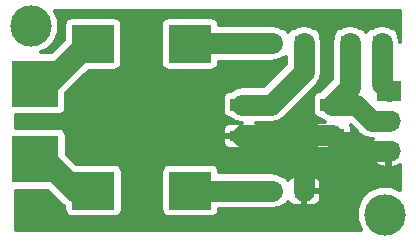
<source format=gbr>
G04 #@! TF.FileFunction,Copper,L1,Top,Signal*
%FSLAX46Y46*%
G04 Gerber Fmt 4.6, Leading zero omitted, Abs format (unit mm)*
G04 Created by KiCad (PCBNEW 4.0.2-stable) date 6/18/2016 4:09:09 AM*
%MOMM*%
G01*
G04 APERTURE LIST*
%ADD10C,0.100000*%
%ADD11R,3.600000X3.200000*%
%ADD12R,4.000000X4.000000*%
%ADD13R,2.032000X1.727200*%
%ADD14O,2.032000X1.727200*%
%ADD15R,1.500000X1.300000*%
%ADD16R,1.998980X0.899160*%
%ADD17R,1.998980X1.000760*%
%ADD18C,3.500000*%
%ADD19C,2.000000*%
%ADD20C,1.800000*%
%ADD21C,0.300000*%
G04 APERTURE END LIST*
D10*
D11*
X82742600Y-116586000D03*
X90942600Y-116586000D03*
X82768000Y-129006600D03*
X90968000Y-129006600D03*
D12*
X77800200Y-119976900D03*
X77825600Y-126365000D03*
D13*
X107759500Y-120535700D03*
D14*
X107759500Y-123075700D03*
X107759500Y-125615700D03*
D15*
X100600500Y-129044700D03*
X97900500Y-129044700D03*
X100600500Y-116522500D03*
X97900500Y-116522500D03*
X104504500Y-116547900D03*
X107204500Y-116547900D03*
D16*
X95387160Y-124386340D03*
D17*
X95387160Y-121737120D03*
X102986840Y-121737120D03*
X102986840Y-124338080D03*
D18*
X77444600Y-115062000D03*
X107467400Y-131038600D03*
D19*
X77800200Y-119976900D02*
X78905100Y-119976900D01*
X78905100Y-119976900D02*
X82296000Y-116586000D01*
X82296000Y-116586000D02*
X82742600Y-116586000D01*
D20*
X90968000Y-129006600D02*
X97862400Y-129006600D01*
X97862400Y-129006600D02*
X97900500Y-129044700D01*
X97900500Y-116522500D02*
X91006100Y-116522500D01*
X91006100Y-116522500D02*
X90942600Y-116586000D01*
X97900500Y-129044700D02*
X91006100Y-129044700D01*
D19*
X91006100Y-129044700D02*
X90968000Y-129006600D01*
X77825600Y-126365000D02*
X78613000Y-126365000D01*
X78613000Y-126365000D02*
X81280000Y-129032000D01*
X81280000Y-129032000D02*
X82742600Y-129032000D01*
X82742600Y-129032000D02*
X82768000Y-129006600D01*
D20*
X107204500Y-116547900D02*
X107204500Y-119980700D01*
X107204500Y-119980700D02*
X107759500Y-120535700D01*
X104504500Y-116547900D02*
X104504500Y-120219460D01*
X104504500Y-120219460D02*
X102986840Y-121737120D01*
X102986840Y-121737120D02*
X105011318Y-121737120D01*
X105011318Y-121737120D02*
X106349898Y-123075700D01*
X106349898Y-123075700D02*
X107759500Y-123075700D01*
X95387160Y-124386340D02*
X98392140Y-124386340D01*
X98392140Y-124386340D02*
X98465800Y-124460000D01*
X98465800Y-124460000D02*
X99822000Y-124460000D01*
X99822000Y-124460000D02*
X100600500Y-125238500D01*
X100600500Y-125238500D02*
X100600500Y-129044700D01*
X102986840Y-124338080D02*
X95435420Y-124338080D01*
X95435420Y-124338080D02*
X95387160Y-124386340D01*
X102986840Y-124338080D02*
X104264460Y-125615700D01*
X104264460Y-125615700D02*
X107759500Y-125615700D01*
X100600500Y-116522500D02*
X100600500Y-118972500D01*
X100600500Y-118972500D02*
X97835880Y-121737120D01*
X97835880Y-121737120D02*
X95387160Y-121737120D01*
D21*
G36*
X108741000Y-116439812D02*
X108643904Y-115951679D01*
X108625390Y-115923971D01*
X108625390Y-115897900D01*
X108579508Y-115654060D01*
X108435399Y-115430108D01*
X108215514Y-115279867D01*
X107988348Y-115233864D01*
X107800721Y-115108496D01*
X107204500Y-114989900D01*
X106608279Y-115108496D01*
X106421663Y-115233189D01*
X106210660Y-115272892D01*
X105986708Y-115417001D01*
X105852942Y-115612775D01*
X105735399Y-115430108D01*
X105515514Y-115279867D01*
X105288348Y-115233864D01*
X105100721Y-115108496D01*
X104504500Y-114989900D01*
X103908279Y-115108496D01*
X103721663Y-115233189D01*
X103510660Y-115272892D01*
X103286708Y-115417001D01*
X103136467Y-115636886D01*
X103083610Y-115897900D01*
X103083610Y-115923971D01*
X103065096Y-115951679D01*
X102946500Y-116547900D01*
X102946500Y-119574115D01*
X101947214Y-120573402D01*
X101743510Y-120611732D01*
X101519558Y-120755841D01*
X101369317Y-120975726D01*
X101316460Y-121236740D01*
X101316460Y-122237500D01*
X101362342Y-122481340D01*
X101506451Y-122705292D01*
X101726336Y-122855533D01*
X101987350Y-122908390D01*
X101989329Y-122908390D01*
X102390619Y-123176524D01*
X102406586Y-123179700D01*
X101856466Y-123179700D01*
X101614623Y-123279874D01*
X101429525Y-123464973D01*
X101329350Y-123706815D01*
X101329350Y-124069580D01*
X101493850Y-124234080D01*
X102882840Y-124234080D01*
X102882840Y-124214080D01*
X103090840Y-124214080D01*
X103090840Y-124234080D01*
X104479830Y-124234080D01*
X104644330Y-124069580D01*
X104644330Y-123706815D01*
X104550044Y-123479190D01*
X105248226Y-124177372D01*
X105753677Y-124515104D01*
X106349898Y-124633700D01*
X106457990Y-124633700D01*
X106403213Y-124681200D01*
X106137236Y-125213042D01*
X106124017Y-125275506D01*
X106253991Y-125511700D01*
X107655500Y-125511700D01*
X107655500Y-125491700D01*
X107863500Y-125491700D01*
X107863500Y-125511700D01*
X107883500Y-125511700D01*
X107883500Y-125719700D01*
X107863500Y-125719700D01*
X107863500Y-126974450D01*
X108102385Y-127127768D01*
X108666529Y-126939773D01*
X108741000Y-126875196D01*
X108741000Y-128960101D01*
X107948482Y-128631018D01*
X106990520Y-128630182D01*
X106105159Y-128996006D01*
X105427187Y-129672796D01*
X105059818Y-130557518D01*
X105058982Y-131515480D01*
X105398675Y-132337600D01*
X76171000Y-132337600D01*
X76171000Y-129035890D01*
X78939124Y-129035890D01*
X80107617Y-130204383D01*
X80297110Y-130330998D01*
X80297110Y-130606600D01*
X80342992Y-130850440D01*
X80487101Y-131074392D01*
X80706986Y-131224633D01*
X80968000Y-131277490D01*
X84568000Y-131277490D01*
X84811840Y-131231608D01*
X85035792Y-131087499D01*
X85186033Y-130867614D01*
X85238890Y-130606600D01*
X85238890Y-127406600D01*
X88497110Y-127406600D01*
X88497110Y-130606600D01*
X88542992Y-130850440D01*
X88687101Y-131074392D01*
X88906986Y-131224633D01*
X89168000Y-131277490D01*
X92768000Y-131277490D01*
X93011840Y-131231608D01*
X93235792Y-131087499D01*
X93386033Y-130867614D01*
X93438890Y-130606600D01*
X93438890Y-130602700D01*
X97900500Y-130602700D01*
X98496721Y-130484105D01*
X98683339Y-130359411D01*
X98894340Y-130319708D01*
X99118292Y-130175599D01*
X99254754Y-129975880D01*
X99292675Y-130067427D01*
X99477773Y-130252526D01*
X99719616Y-130352700D01*
X100332000Y-130352700D01*
X100496500Y-130188200D01*
X100496500Y-129148700D01*
X100704500Y-129148700D01*
X100704500Y-130188200D01*
X100869000Y-130352700D01*
X101481384Y-130352700D01*
X101723227Y-130252526D01*
X101908325Y-130067427D01*
X102008500Y-129825585D01*
X102008500Y-129313200D01*
X101844000Y-129148700D01*
X100704500Y-129148700D01*
X100496500Y-129148700D01*
X100476500Y-129148700D01*
X100476500Y-128940700D01*
X100496500Y-128940700D01*
X100496500Y-127901200D01*
X100704500Y-127901200D01*
X100704500Y-128940700D01*
X101844000Y-128940700D01*
X102008500Y-128776200D01*
X102008500Y-128263815D01*
X101908325Y-128021973D01*
X101723227Y-127836874D01*
X101481384Y-127736700D01*
X100869000Y-127736700D01*
X100704500Y-127901200D01*
X100496500Y-127901200D01*
X100332000Y-127736700D01*
X99719616Y-127736700D01*
X99477773Y-127836874D01*
X99292675Y-128021973D01*
X99253472Y-128116616D01*
X99131399Y-127926908D01*
X98911514Y-127776667D01*
X98711496Y-127736162D01*
X98458621Y-127567196D01*
X97862400Y-127448600D01*
X93438890Y-127448600D01*
X93438890Y-127406600D01*
X93393008Y-127162760D01*
X93248899Y-126938808D01*
X93029014Y-126788567D01*
X92768000Y-126735710D01*
X89168000Y-126735710D01*
X88924160Y-126781592D01*
X88700208Y-126925701D01*
X88549967Y-127145586D01*
X88497110Y-127406600D01*
X85238890Y-127406600D01*
X85193008Y-127162760D01*
X85048899Y-126938808D01*
X84829014Y-126788567D01*
X84568000Y-126735710D01*
X81328476Y-126735710D01*
X80548660Y-125955894D01*
X106124017Y-125955894D01*
X106137236Y-126018358D01*
X106403213Y-126550200D01*
X106852471Y-126939773D01*
X107416615Y-127127768D01*
X107655500Y-126974450D01*
X107655500Y-125719700D01*
X106253991Y-125719700D01*
X106124017Y-125955894D01*
X80548660Y-125955894D01*
X80496490Y-125903724D01*
X80496490Y-124654840D01*
X93729670Y-124654840D01*
X93729670Y-124966805D01*
X93829845Y-125208647D01*
X94014943Y-125393746D01*
X94256786Y-125493920D01*
X95118660Y-125493920D01*
X95283160Y-125329420D01*
X95283160Y-124490340D01*
X95491160Y-124490340D01*
X95491160Y-125329420D01*
X95655660Y-125493920D01*
X96517534Y-125493920D01*
X96759377Y-125393746D01*
X96944475Y-125208647D01*
X97044650Y-124966805D01*
X97044650Y-124654840D01*
X96996390Y-124606580D01*
X101329350Y-124606580D01*
X101329350Y-124969345D01*
X101429525Y-125211187D01*
X101614623Y-125396286D01*
X101856466Y-125496460D01*
X102718340Y-125496460D01*
X102882840Y-125331960D01*
X102882840Y-124442080D01*
X103090840Y-124442080D01*
X103090840Y-125331960D01*
X103255340Y-125496460D01*
X104117214Y-125496460D01*
X104359057Y-125396286D01*
X104544155Y-125211187D01*
X104644330Y-124969345D01*
X104644330Y-124606580D01*
X104479830Y-124442080D01*
X103090840Y-124442080D01*
X102882840Y-124442080D01*
X101493850Y-124442080D01*
X101329350Y-124606580D01*
X96996390Y-124606580D01*
X96880150Y-124490340D01*
X95491160Y-124490340D01*
X95283160Y-124490340D01*
X93894170Y-124490340D01*
X93729670Y-124654840D01*
X80496490Y-124654840D01*
X80496490Y-124365000D01*
X80450608Y-124121160D01*
X80306499Y-123897208D01*
X80086614Y-123746967D01*
X79825600Y-123694110D01*
X76171000Y-123694110D01*
X76171000Y-122647790D01*
X79800200Y-122647790D01*
X80044040Y-122601908D01*
X80267992Y-122457799D01*
X80418233Y-122237914D01*
X80471090Y-121976900D01*
X80471090Y-120755676D01*
X82369876Y-118856890D01*
X84542600Y-118856890D01*
X84786440Y-118811008D01*
X85010392Y-118666899D01*
X85160633Y-118447014D01*
X85213490Y-118186000D01*
X85213490Y-114986000D01*
X88471710Y-114986000D01*
X88471710Y-118186000D01*
X88517592Y-118429840D01*
X88661701Y-118653792D01*
X88881586Y-118804033D01*
X89142600Y-118856890D01*
X92742600Y-118856890D01*
X92986440Y-118811008D01*
X93210392Y-118666899D01*
X93360633Y-118447014D01*
X93413490Y-118186000D01*
X93413490Y-118080500D01*
X97900500Y-118080500D01*
X98496721Y-117961904D01*
X98683337Y-117837211D01*
X98894340Y-117797508D01*
X99042500Y-117702170D01*
X99042500Y-118327156D01*
X97190536Y-120179120D01*
X95387160Y-120179120D01*
X94790939Y-120297716D01*
X94389649Y-120565850D01*
X94387670Y-120565850D01*
X94143830Y-120611732D01*
X93919878Y-120755841D01*
X93769637Y-120975726D01*
X93716780Y-121236740D01*
X93716780Y-122237500D01*
X93762662Y-122481340D01*
X93906771Y-122705292D01*
X94126656Y-122855533D01*
X94387670Y-122908390D01*
X94389649Y-122908390D01*
X94790939Y-123176524D01*
X95304913Y-123278760D01*
X95283158Y-123278760D01*
X95283158Y-123443258D01*
X95118660Y-123278760D01*
X94256786Y-123278760D01*
X94014943Y-123378934D01*
X93829845Y-123564033D01*
X93729670Y-123805875D01*
X93729670Y-124117840D01*
X93894170Y-124282340D01*
X95283160Y-124282340D01*
X95283160Y-124262340D01*
X95491160Y-124262340D01*
X95491160Y-124282340D01*
X96880150Y-124282340D01*
X97044650Y-124117840D01*
X97044650Y-123805875D01*
X96944475Y-123564033D01*
X96759377Y-123378934D01*
X96557031Y-123295120D01*
X97835880Y-123295120D01*
X98432101Y-123176524D01*
X98937552Y-122838792D01*
X101702172Y-120074172D01*
X101970828Y-119672100D01*
X102039904Y-119568721D01*
X102158500Y-118972500D01*
X102158500Y-116522500D01*
X102039904Y-115926279D01*
X102021390Y-115898571D01*
X102021390Y-115872500D01*
X101975508Y-115628660D01*
X101831399Y-115404708D01*
X101611514Y-115254467D01*
X101384348Y-115208464D01*
X101196721Y-115083096D01*
X100600500Y-114964500D01*
X100004279Y-115083096D01*
X99817663Y-115207789D01*
X99606660Y-115247492D01*
X99382708Y-115391601D01*
X99248942Y-115587375D01*
X99131399Y-115404708D01*
X98911514Y-115254467D01*
X98684348Y-115208464D01*
X98496721Y-115083096D01*
X97900500Y-114964500D01*
X93409444Y-114964500D01*
X93367608Y-114742160D01*
X93223499Y-114518208D01*
X93003614Y-114367967D01*
X92742600Y-114315110D01*
X89142600Y-114315110D01*
X88898760Y-114360992D01*
X88674808Y-114505101D01*
X88524567Y-114724986D01*
X88471710Y-114986000D01*
X85213490Y-114986000D01*
X85167608Y-114742160D01*
X85023499Y-114518208D01*
X84803614Y-114367967D01*
X84542600Y-114315110D01*
X80942600Y-114315110D01*
X80698760Y-114360992D01*
X80474808Y-114505101D01*
X80324567Y-114724986D01*
X80271710Y-114986000D01*
X80271710Y-116265524D01*
X79231224Y-117306010D01*
X78319377Y-117306010D01*
X78806841Y-117104594D01*
X79484813Y-116427804D01*
X79852182Y-115543082D01*
X79853018Y-114585120D01*
X79513325Y-113763000D01*
X108741000Y-113763000D01*
X108741000Y-116439812D01*
X108741000Y-116439812D01*
G37*
X108741000Y-116439812D02*
X108643904Y-115951679D01*
X108625390Y-115923971D01*
X108625390Y-115897900D01*
X108579508Y-115654060D01*
X108435399Y-115430108D01*
X108215514Y-115279867D01*
X107988348Y-115233864D01*
X107800721Y-115108496D01*
X107204500Y-114989900D01*
X106608279Y-115108496D01*
X106421663Y-115233189D01*
X106210660Y-115272892D01*
X105986708Y-115417001D01*
X105852942Y-115612775D01*
X105735399Y-115430108D01*
X105515514Y-115279867D01*
X105288348Y-115233864D01*
X105100721Y-115108496D01*
X104504500Y-114989900D01*
X103908279Y-115108496D01*
X103721663Y-115233189D01*
X103510660Y-115272892D01*
X103286708Y-115417001D01*
X103136467Y-115636886D01*
X103083610Y-115897900D01*
X103083610Y-115923971D01*
X103065096Y-115951679D01*
X102946500Y-116547900D01*
X102946500Y-119574115D01*
X101947214Y-120573402D01*
X101743510Y-120611732D01*
X101519558Y-120755841D01*
X101369317Y-120975726D01*
X101316460Y-121236740D01*
X101316460Y-122237500D01*
X101362342Y-122481340D01*
X101506451Y-122705292D01*
X101726336Y-122855533D01*
X101987350Y-122908390D01*
X101989329Y-122908390D01*
X102390619Y-123176524D01*
X102406586Y-123179700D01*
X101856466Y-123179700D01*
X101614623Y-123279874D01*
X101429525Y-123464973D01*
X101329350Y-123706815D01*
X101329350Y-124069580D01*
X101493850Y-124234080D01*
X102882840Y-124234080D01*
X102882840Y-124214080D01*
X103090840Y-124214080D01*
X103090840Y-124234080D01*
X104479830Y-124234080D01*
X104644330Y-124069580D01*
X104644330Y-123706815D01*
X104550044Y-123479190D01*
X105248226Y-124177372D01*
X105753677Y-124515104D01*
X106349898Y-124633700D01*
X106457990Y-124633700D01*
X106403213Y-124681200D01*
X106137236Y-125213042D01*
X106124017Y-125275506D01*
X106253991Y-125511700D01*
X107655500Y-125511700D01*
X107655500Y-125491700D01*
X107863500Y-125491700D01*
X107863500Y-125511700D01*
X107883500Y-125511700D01*
X107883500Y-125719700D01*
X107863500Y-125719700D01*
X107863500Y-126974450D01*
X108102385Y-127127768D01*
X108666529Y-126939773D01*
X108741000Y-126875196D01*
X108741000Y-128960101D01*
X107948482Y-128631018D01*
X106990520Y-128630182D01*
X106105159Y-128996006D01*
X105427187Y-129672796D01*
X105059818Y-130557518D01*
X105058982Y-131515480D01*
X105398675Y-132337600D01*
X76171000Y-132337600D01*
X76171000Y-129035890D01*
X78939124Y-129035890D01*
X80107617Y-130204383D01*
X80297110Y-130330998D01*
X80297110Y-130606600D01*
X80342992Y-130850440D01*
X80487101Y-131074392D01*
X80706986Y-131224633D01*
X80968000Y-131277490D01*
X84568000Y-131277490D01*
X84811840Y-131231608D01*
X85035792Y-131087499D01*
X85186033Y-130867614D01*
X85238890Y-130606600D01*
X85238890Y-127406600D01*
X88497110Y-127406600D01*
X88497110Y-130606600D01*
X88542992Y-130850440D01*
X88687101Y-131074392D01*
X88906986Y-131224633D01*
X89168000Y-131277490D01*
X92768000Y-131277490D01*
X93011840Y-131231608D01*
X93235792Y-131087499D01*
X93386033Y-130867614D01*
X93438890Y-130606600D01*
X93438890Y-130602700D01*
X97900500Y-130602700D01*
X98496721Y-130484105D01*
X98683339Y-130359411D01*
X98894340Y-130319708D01*
X99118292Y-130175599D01*
X99254754Y-129975880D01*
X99292675Y-130067427D01*
X99477773Y-130252526D01*
X99719616Y-130352700D01*
X100332000Y-130352700D01*
X100496500Y-130188200D01*
X100496500Y-129148700D01*
X100704500Y-129148700D01*
X100704500Y-130188200D01*
X100869000Y-130352700D01*
X101481384Y-130352700D01*
X101723227Y-130252526D01*
X101908325Y-130067427D01*
X102008500Y-129825585D01*
X102008500Y-129313200D01*
X101844000Y-129148700D01*
X100704500Y-129148700D01*
X100496500Y-129148700D01*
X100476500Y-129148700D01*
X100476500Y-128940700D01*
X100496500Y-128940700D01*
X100496500Y-127901200D01*
X100704500Y-127901200D01*
X100704500Y-128940700D01*
X101844000Y-128940700D01*
X102008500Y-128776200D01*
X102008500Y-128263815D01*
X101908325Y-128021973D01*
X101723227Y-127836874D01*
X101481384Y-127736700D01*
X100869000Y-127736700D01*
X100704500Y-127901200D01*
X100496500Y-127901200D01*
X100332000Y-127736700D01*
X99719616Y-127736700D01*
X99477773Y-127836874D01*
X99292675Y-128021973D01*
X99253472Y-128116616D01*
X99131399Y-127926908D01*
X98911514Y-127776667D01*
X98711496Y-127736162D01*
X98458621Y-127567196D01*
X97862400Y-127448600D01*
X93438890Y-127448600D01*
X93438890Y-127406600D01*
X93393008Y-127162760D01*
X93248899Y-126938808D01*
X93029014Y-126788567D01*
X92768000Y-126735710D01*
X89168000Y-126735710D01*
X88924160Y-126781592D01*
X88700208Y-126925701D01*
X88549967Y-127145586D01*
X88497110Y-127406600D01*
X85238890Y-127406600D01*
X85193008Y-127162760D01*
X85048899Y-126938808D01*
X84829014Y-126788567D01*
X84568000Y-126735710D01*
X81328476Y-126735710D01*
X80548660Y-125955894D01*
X106124017Y-125955894D01*
X106137236Y-126018358D01*
X106403213Y-126550200D01*
X106852471Y-126939773D01*
X107416615Y-127127768D01*
X107655500Y-126974450D01*
X107655500Y-125719700D01*
X106253991Y-125719700D01*
X106124017Y-125955894D01*
X80548660Y-125955894D01*
X80496490Y-125903724D01*
X80496490Y-124654840D01*
X93729670Y-124654840D01*
X93729670Y-124966805D01*
X93829845Y-125208647D01*
X94014943Y-125393746D01*
X94256786Y-125493920D01*
X95118660Y-125493920D01*
X95283160Y-125329420D01*
X95283160Y-124490340D01*
X95491160Y-124490340D01*
X95491160Y-125329420D01*
X95655660Y-125493920D01*
X96517534Y-125493920D01*
X96759377Y-125393746D01*
X96944475Y-125208647D01*
X97044650Y-124966805D01*
X97044650Y-124654840D01*
X96996390Y-124606580D01*
X101329350Y-124606580D01*
X101329350Y-124969345D01*
X101429525Y-125211187D01*
X101614623Y-125396286D01*
X101856466Y-125496460D01*
X102718340Y-125496460D01*
X102882840Y-125331960D01*
X102882840Y-124442080D01*
X103090840Y-124442080D01*
X103090840Y-125331960D01*
X103255340Y-125496460D01*
X104117214Y-125496460D01*
X104359057Y-125396286D01*
X104544155Y-125211187D01*
X104644330Y-124969345D01*
X104644330Y-124606580D01*
X104479830Y-124442080D01*
X103090840Y-124442080D01*
X102882840Y-124442080D01*
X101493850Y-124442080D01*
X101329350Y-124606580D01*
X96996390Y-124606580D01*
X96880150Y-124490340D01*
X95491160Y-124490340D01*
X95283160Y-124490340D01*
X93894170Y-124490340D01*
X93729670Y-124654840D01*
X80496490Y-124654840D01*
X80496490Y-124365000D01*
X80450608Y-124121160D01*
X80306499Y-123897208D01*
X80086614Y-123746967D01*
X79825600Y-123694110D01*
X76171000Y-123694110D01*
X76171000Y-122647790D01*
X79800200Y-122647790D01*
X80044040Y-122601908D01*
X80267992Y-122457799D01*
X80418233Y-122237914D01*
X80471090Y-121976900D01*
X80471090Y-120755676D01*
X82369876Y-118856890D01*
X84542600Y-118856890D01*
X84786440Y-118811008D01*
X85010392Y-118666899D01*
X85160633Y-118447014D01*
X85213490Y-118186000D01*
X85213490Y-114986000D01*
X88471710Y-114986000D01*
X88471710Y-118186000D01*
X88517592Y-118429840D01*
X88661701Y-118653792D01*
X88881586Y-118804033D01*
X89142600Y-118856890D01*
X92742600Y-118856890D01*
X92986440Y-118811008D01*
X93210392Y-118666899D01*
X93360633Y-118447014D01*
X93413490Y-118186000D01*
X93413490Y-118080500D01*
X97900500Y-118080500D01*
X98496721Y-117961904D01*
X98683337Y-117837211D01*
X98894340Y-117797508D01*
X99042500Y-117702170D01*
X99042500Y-118327156D01*
X97190536Y-120179120D01*
X95387160Y-120179120D01*
X94790939Y-120297716D01*
X94389649Y-120565850D01*
X94387670Y-120565850D01*
X94143830Y-120611732D01*
X93919878Y-120755841D01*
X93769637Y-120975726D01*
X93716780Y-121236740D01*
X93716780Y-122237500D01*
X93762662Y-122481340D01*
X93906771Y-122705292D01*
X94126656Y-122855533D01*
X94387670Y-122908390D01*
X94389649Y-122908390D01*
X94790939Y-123176524D01*
X95304913Y-123278760D01*
X95283158Y-123278760D01*
X95283158Y-123443258D01*
X95118660Y-123278760D01*
X94256786Y-123278760D01*
X94014943Y-123378934D01*
X93829845Y-123564033D01*
X93729670Y-123805875D01*
X93729670Y-124117840D01*
X93894170Y-124282340D01*
X95283160Y-124282340D01*
X95283160Y-124262340D01*
X95491160Y-124262340D01*
X95491160Y-124282340D01*
X96880150Y-124282340D01*
X97044650Y-124117840D01*
X97044650Y-123805875D01*
X96944475Y-123564033D01*
X96759377Y-123378934D01*
X96557031Y-123295120D01*
X97835880Y-123295120D01*
X98432101Y-123176524D01*
X98937552Y-122838792D01*
X101702172Y-120074172D01*
X101970828Y-119672100D01*
X102039904Y-119568721D01*
X102158500Y-118972500D01*
X102158500Y-116522500D01*
X102039904Y-115926279D01*
X102021390Y-115898571D01*
X102021390Y-115872500D01*
X101975508Y-115628660D01*
X101831399Y-115404708D01*
X101611514Y-115254467D01*
X101384348Y-115208464D01*
X101196721Y-115083096D01*
X100600500Y-114964500D01*
X100004279Y-115083096D01*
X99817663Y-115207789D01*
X99606660Y-115247492D01*
X99382708Y-115391601D01*
X99248942Y-115587375D01*
X99131399Y-115404708D01*
X98911514Y-115254467D01*
X98684348Y-115208464D01*
X98496721Y-115083096D01*
X97900500Y-114964500D01*
X93409444Y-114964500D01*
X93367608Y-114742160D01*
X93223499Y-114518208D01*
X93003614Y-114367967D01*
X92742600Y-114315110D01*
X89142600Y-114315110D01*
X88898760Y-114360992D01*
X88674808Y-114505101D01*
X88524567Y-114724986D01*
X88471710Y-114986000D01*
X85213490Y-114986000D01*
X85167608Y-114742160D01*
X85023499Y-114518208D01*
X84803614Y-114367967D01*
X84542600Y-114315110D01*
X80942600Y-114315110D01*
X80698760Y-114360992D01*
X80474808Y-114505101D01*
X80324567Y-114724986D01*
X80271710Y-114986000D01*
X80271710Y-116265524D01*
X79231224Y-117306010D01*
X78319377Y-117306010D01*
X78806841Y-117104594D01*
X79484813Y-116427804D01*
X79852182Y-115543082D01*
X79853018Y-114585120D01*
X79513325Y-113763000D01*
X108741000Y-113763000D01*
X108741000Y-116439812D01*
M02*

</source>
